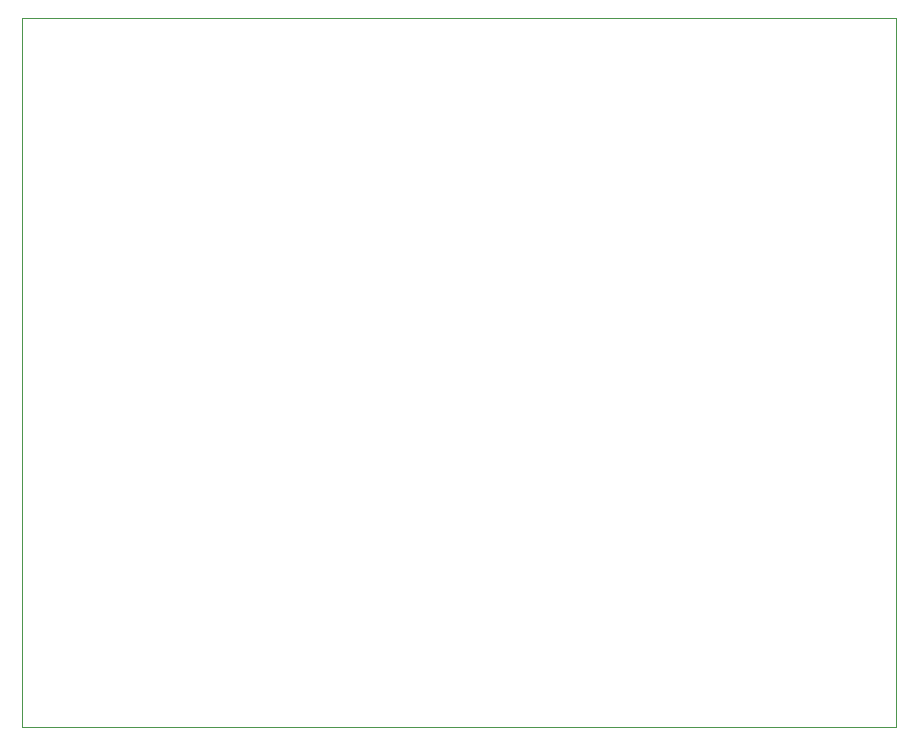
<source format=gbr>
%TF.GenerationSoftware,KiCad,Pcbnew,(6.0.10)*%
%TF.CreationDate,2022-12-26T22:41:12+13:00*%
%TF.ProjectId,esphome_shunt_monitor_ina226,65737068-6f6d-4655-9f73-68756e745f6d,rev?*%
%TF.SameCoordinates,Original*%
%TF.FileFunction,Profile,NP*%
%FSLAX46Y46*%
G04 Gerber Fmt 4.6, Leading zero omitted, Abs format (unit mm)*
G04 Created by KiCad (PCBNEW (6.0.10)) date 2022-12-26 22:41:12*
%MOMM*%
%LPD*%
G01*
G04 APERTURE LIST*
%TA.AperFunction,Profile*%
%ADD10C,0.100000*%
%TD*%
G04 APERTURE END LIST*
D10*
X64353800Y-57020400D02*
X138353800Y-57020400D01*
X138353800Y-57020400D02*
X138353800Y-117020400D01*
X138353800Y-117020400D02*
X64353800Y-117020400D01*
X64353800Y-117020400D02*
X64353800Y-57020400D01*
M02*

</source>
